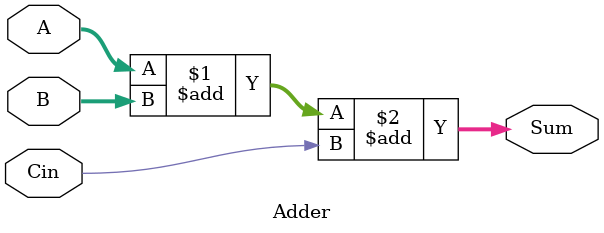
<source format=v>
module Adder(
input[3:0] A ,B,
input Cin,
output [4:0] Sum);

assign Sum = A+B+Cin;

endmodule

</source>
